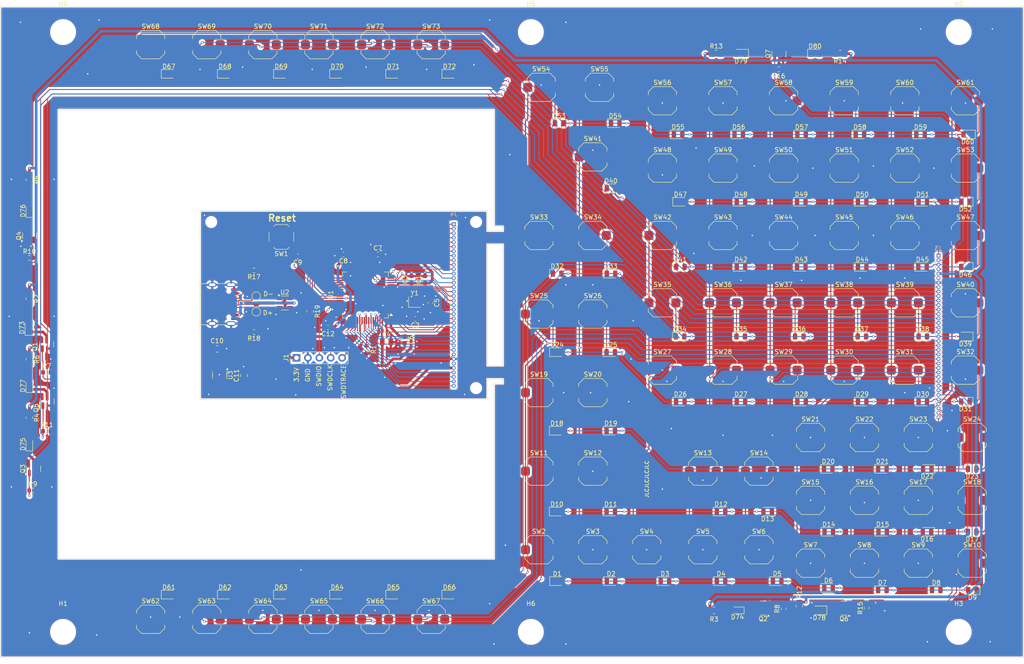
<source format=kicad_pcb>
(kicad_pcb
	(version 20240108)
	(generator "pcbnew")
	(generator_version "8.0")
	(general
		(thickness 1.6)
		(legacy_teardrops no)
	)
	(paper "A4")
	(layers
		(0 "F.Cu" signal)
		(31 "B.Cu" signal)
		(34 "B.Paste" user)
		(35 "F.Paste" user)
		(36 "B.SilkS" user "B.Silkscreen")
		(37 "F.SilkS" user "F.Silkscreen")
		(38 "B.Mask" user)
		(39 "F.Mask" user)
		(44 "Edge.Cuts" user)
		(45 "Margin" user)
		(46 "B.CrtYd" user "B.Courtyard")
		(47 "F.CrtYd" user "F.Courtyard")
		(48 "B.Fab" user)
		(49 "F.Fab" user)
	)
	(setup
		(stackup
			(layer "F.SilkS"
				(type "Top Silk Screen")
				(color "White")
			)
			(layer "F.Paste"
				(type "Top Solder Paste")
			)
			(layer "F.Mask"
				(type "Top Solder Mask")
				(color "Black")
				(thickness 0.01)
			)
			(layer "F.Cu"
				(type "copper")
				(thickness 0.035)
			)
			(layer "dielectric 1"
				(type "core")
				(thickness 1.51)
				(material "FR4")
				(epsilon_r 4.5)
				(loss_tangent 0.02)
			)
			(layer "B.Cu"
				(type "copper")
				(thickness 0.035)
			)
			(layer "B.Mask"
				(type "Bottom Solder Mask")
				(color "Black")
				(thickness 0.01)
			)
			(layer "B.Paste"
				(type "Bottom Solder Paste")
			)
			(layer "B.SilkS"
				(type "Bottom Silk Screen")
				(color "White")
			)
			(copper_finish "None")
			(dielectric_constraints yes)
		)
		(pad_to_mask_clearance 0)
		(allow_soldermask_bridges_in_footprints no)
		(aux_axis_origin 30 162)
		(grid_origin 30 162)
		(pcbplotparams
			(layerselection 0x00010fc_ffffffff)
			(plot_on_all_layers_selection 0x0000000_00000000)
			(disableapertmacros no)
			(usegerberextensions no)
			(usegerberattributes yes)
			(usegerberadvancedattributes yes)
			(creategerberjobfile yes)
			(dashed_line_dash_ratio 12.000000)
			(dashed_line_gap_ratio 3.000000)
			(svgprecision 4)
			(plotframeref no)
			(viasonmask no)
			(mode 1)
			(useauxorigin no)
			(hpglpennumber 1)
			(hpglpenspeed 20)
			(hpglpendiameter 15.000000)
			(pdf_front_fp_property_popups yes)
			(pdf_back_fp_property_popups yes)
			(dxfpolygonmode yes)
			(dxfimperialunits yes)
			(dxfusepcbnewfont yes)
			(psnegative no)
			(psa4output no)
			(plotreference yes)
			(plotvalue yes)
			(plotfptext yes)
			(plotinvisibletext no)
			(sketchpadsonfab no)
			(subtractmaskfromsilk no)
			(outputformat 1)
			(mirror no)
			(drillshape 0)
			(scaleselection 1)
			(outputdirectory "manufacturing/")
		)
	)
	(net 0 "")
	(net 1 "GND")
	(net 2 "+3V3")
	(net 3 "/HSE_IN")
	(net 4 "/HSE_OUT")
	(net 5 "/NRST")
	(net 6 "VBUS")
	(net 7 "Net-(D1-K)")
	(net 8 "Net-(D2-K)")
	(net 9 "Net-(D3-K)")
	(net 10 "Net-(D4-K)")
	(net 11 "Net-(D5-K)")
	(net 12 "Net-(D6-K)")
	(net 13 "Net-(D7-K)")
	(net 14 "Net-(D8-K)")
	(net 15 "Net-(D9-K)")
	(net 16 "Net-(D10-K)")
	(net 17 "Net-(D11-K)")
	(net 18 "Net-(D12-K)")
	(net 19 "Net-(D13-K)")
	(net 20 "Net-(D14-K)")
	(net 21 "Net-(D15-K)")
	(net 22 "Net-(D16-K)")
	(net 23 "Net-(D17-K)")
	(net 24 "Net-(D18-K)")
	(net 25 "Net-(D19-K)")
	(net 26 "Net-(D20-K)")
	(net 27 "Net-(D21-K)")
	(net 28 "Net-(D22-K)")
	(net 29 "Net-(D23-K)")
	(net 30 "Net-(D24-K)")
	(net 31 "Net-(D25-K)")
	(net 32 "Net-(D26-K)")
	(net 33 "Net-(D27-K)")
	(net 34 "Net-(D28-K)")
	(net 35 "Net-(D29-K)")
	(net 36 "Net-(D30-K)")
	(net 37 "Net-(D31-K)")
	(net 38 "Net-(D32-K)")
	(net 39 "Net-(D33-K)")
	(net 40 "Net-(D34-K)")
	(net 41 "Net-(D35-K)")
	(net 42 "Net-(D36-K)")
	(net 43 "Net-(D37-K)")
	(net 44 "Net-(D38-K)")
	(net 45 "Net-(D39-K)")
	(net 46 "Net-(D40-K)")
	(net 47 "Net-(D41-K)")
	(net 48 "Net-(D42-K)")
	(net 49 "Net-(D43-K)")
	(net 50 "Net-(D44-K)")
	(net 51 "Net-(D45-K)")
	(net 52 "Net-(D46-K)")
	(net 53 "Net-(D47-K)")
	(net 54 "Net-(D48-K)")
	(net 55 "Net-(D49-K)")
	(net 56 "Net-(D50-K)")
	(net 57 "Net-(D51-K)")
	(net 58 "Net-(D52-K)")
	(net 59 "Net-(D53-K)")
	(net 60 "Net-(D54-K)")
	(net 61 "Net-(D55-K)")
	(net 62 "Net-(D56-K)")
	(net 63 "Net-(D57-K)")
	(net 64 "Net-(D58-K)")
	(net 65 "Net-(D59-K)")
	(net 66 "Net-(D60-K)")
	(net 67 "Net-(D61-K)")
	(net 68 "Net-(D62-K)")
	(net 69 "Net-(D63-K)")
	(net 70 "Net-(D64-K)")
	(net 71 "Net-(D65-K)")
	(net 72 "Net-(D66-K)")
	(net 73 "Net-(D67-K)")
	(net 74 "Net-(D68-K)")
	(net 75 "Net-(D69-K)")
	(net 76 "Net-(D70-K)")
	(net 77 "Net-(D71-K)")
	(net 78 "Net-(D72-K)")
	(net 79 "Net-(D73-K)")
	(net 80 "Net-(D73-A)")
	(net 81 "Net-(D74-A)")
	(net 82 "Net-(D74-K)")
	(net 83 "Net-(D75-K)")
	(net 84 "Net-(D75-A)")
	(net 85 "Net-(D76-K)")
	(net 86 "Net-(D76-A)")
	(net 87 "Net-(D77-K)")
	(net 88 "Net-(D77-A)")
	(net 89 "Net-(D78-A)")
	(net 90 "Net-(D78-K)")
	(net 91 "Net-(D79-A)")
	(net 92 "Net-(D79-K)")
	(net 93 "Net-(D80-A)")
	(net 94 "/SWD_CLK")
	(net 95 "/SWD_TRACE")
	(net 96 "/SWD_IO")
	(net 97 "/USB & Power/USB_D+")
	(net 98 "unconnected-(J2-SBU1-PadA8)")
	(net 99 "Net-(J2-CC1)")
	(net 100 "/USB & Power/USB_D-")
	(net 101 "Net-(J2-CC2)")
	(net 102 "unconnected-(J2-SBU2-PadB8)")
	(net 103 "/BOOT0")
	(net 104 "/USB_PROT_D+")
	(net 105 "unconnected-(U1-PB2-Pad28)")
	(net 106 "unconnected-(U1-PB10-Pad29)")
	(net 107 "unconnected-(U1-PC5-Pad25)")
	(net 108 "unconnected-(U1-PB1-Pad27)")
	(net 109 "unconnected-(U1-PA3-Pad17)")
	(net 110 "/USB_PROT_D-")
	(net 111 "unconnected-(U1-PB11-Pad30)")
	(net 112 "unconnected-(U1-PA6-Pad22)")
	(net 113 "unconnected-(U1-PA7-Pad23)")
	(net 114 "unconnected-(U1-PC4-Pad24)")
	(net 115 "unconnected-(U1-PB0-Pad26)")
	(net 116 "unconnected-(U3-NC-Pad4)")
	(net 117 "/FM")
	(net 118 "/FAIL")
	(net 119 "/ROW9")
	(net 120 "/COL4")
	(net 121 "/ROW8")
	(net 122 "/COL1")
	(net 123 "/COL2")
	(net 124 "/COL3")
	(net 125 "/COL5")
	(net 126 "/COL6")
	(net 127 "/COL7")
	(net 128 "/COL8")
	(net 129 "/ROW2")
	(net 130 "/ROW6")
	(net 131 "/ROW5")
	(net 132 "/ROW1")
	(net 133 "/ROW4")
	(net 134 "/ROW3")
	(net 135 "/ROW7")
	(net 136 "unconnected-(J3-Pin_6-Pad6)")
	(net 137 "/MENU")
	(net 138 "/Left_Col1")
	(net 139 "/Left_Col2")
	(net 140 "/Left_Row3")
	(net 141 "/Left_Row2")
	(net 142 "/Left_Row1")
	(net 143 "/IND")
	(net 144 "/RDY")
	(net 145 "/FM1")
	(net 146 "/FM2")
	(net 147 "/Right_Row1")
	(net 148 "/Right_Col1")
	(net 149 "/Right_Col2")
	(net 150 "/Right_Row2")
	(net 151 "/Right_Row3")
	(net 152 "unconnected-(J4-Pin_32-Pad32)")
	(net 153 "/PB8_FM2")
	(net 154 "/PA15_COL7")
	(net 155 "/PC11_COL6")
	(net 156 "/PB6_Right_Col2")
	(net 157 "/PC12_MENU")
	(net 158 "/PB5_Right_Row3")
	(net 159 "/PB7_Right_Col1")
	(net 160 "/PB4_Right_Row2")
	(net 161 "/PB9_RDY")
	(net 162 "/PC10_COL8")
	(net 163 "/PD2_Right_Row1")
	(net 164 "/PC8_COL4")
	(net 165 "/PB14_ROW7")
	(net 166 "/PA10_FAIL")
	(net 167 "/PC7_COL3")
	(net 168 "/PB15_COL1")
	(net 169 "/PB13_ROW6")
	(net 170 "/PC9_ROW8")
	(net 171 "/PA9_FM")
	(net 172 "/PA8_ROW9")
	(net 173 "/PC6_COL2")
	(net 174 "/PB12_ROW5")
	(net 175 "/PC0_Left_Row3")
	(net 176 "/PC3_ROW1")
	(net 177 "/PA2_ROW4")
	(net 178 "/PC1_Left_Row2")
	(net 179 "/PA5_Left_Col2")
	(net 180 "/PC2_Left_Row1")
	(net 181 "/PA4_COL5")
	(net 182 "/PA0_ROW2")
	(net 183 "/PC14_FM1")
	(net 184 "/PC15_Left_Col1")
	(net 185 "/PC13_IND")
	(net 186 "/PA1_ROW3")
	(footprint "Diode_SMD:D_0805_2012Metric" (layer "F.Cu") (at 236.4375 134 180))
	(footprint "NiasStuff:SW_Push_1TS009xxxx-xxxx-xxxx_6x6x5mm" (layer "F.Cu") (at 191 38))
	(footprint "Diode_SMD:D_0805_2012Metric" (layer "F.Cu") (at 154 129.5))
	(footprint "NiasStuff:SW_Push_1TS009xxxx-xxxx-xxxx_6x6x5mm" (layer "F.Cu") (at 246.5 127))
	(footprint "Diode_SMD:D_0805_2012Metric" (layer "F.Cu") (at 245 90.5 180))
	(footprint "NiasStuff:SW_Push_1TS009xxxx-xxxx-xxxx_6x6x5mm" (layer "F.Cu") (at 245 68))
	(footprint "Package_TO_SOT_SMD:SOT-23-5" (layer "F.Cu") (at 78.85 99.1125 -90))
	(footprint "NiasStuff:SW_Push_1TS009xxxx-xxxx-xxxx_6x6x5mm" (layer "F.Cu") (at 101 25.5))
	(footprint "Diode_SMD:D_0805_2012Metric" (layer "F.Cu") (at 195 60.5))
	(footprint "Diode_SMD:D_0805_2012Metric" (layer "F.Cu") (at 117.5625 32))
	(footprint "NiasStuff:SW_Push_1TS009xxxx-xxxx-xxxx_6x6x5mm" (layer "F.Cu") (at 113.5 153.5))
	(footprint "Diode_SMD:D_0805_2012Metric" (layer "F.Cu") (at 235.5 60.5))
	(footprint "Diode_SMD:D_0805_2012Metric" (layer "F.Cu") (at 226.5625 134))
	(footprint "Diode_SMD:D_0805_2012Metric" (layer "F.Cu") (at 166 94))
	(footprint "NiasStuff:USB_C_Receptacle_G-Switch_GT-USB-7010ASV" (layer "F.Cu") (at 78.3 83.3 -90))
	(footprint "Diode_SMD:D_0805_2012Metric" (layer "F.Cu") (at 80.0625 148))
	(footprint "NiasStuff:SW_Push_1TS009xxxx-xxxx-xxxx_6x6x5mm" (layer "F.Cu") (at 234.5 127))
	(footprint "Diode_SMD:D_0805_2012Metric" (layer "F.Cu") (at 208 90.5))
	(footprint "NiasStuff:SW_Push_1TS009xxxx-xxxx-xxxx_6x6x5mm" (layer "F.Cu") (at 150 120.5))
	(footprint "Capacitor_SMD:C_0805_2012Metric" (layer "F.Cu") (at 116.05 91.75))
	(footprint "Diode_SMD:D_0805_2012Metric" (layer "F.Cu") (at 190.5625 129.5))
	(footprint "Diode_SMD:D_0805_2012Metric" (layer "F.Cu") (at 105.0625 32))
	(footprint "Capacitor_SMD:C_0603_1608Metric" (layer "F.Cu") (at 125.825 83 -90))
	(footprint "Diode_SMD:D_0805_2012Metric" (layer "F.Cu") (at 117.5625 148))
	(footprint "Diode_SMD:D_0805_2012Metric" (layer "F.Cu") (at 195 75))
	(footprint "Capacitor_SMD:C_0603_1608Metric" (layer "F.Cu") (at 96.3 72.625))
	(footprint "NiasStuff:SW_Push_1TS009xxxx-xxxx-xxxx_6x6x5mm" (layer "F.Cu") (at 245 53))
	(footprint "NiasStuff:SW_Push_1TS009xxxx-xxxx-xxxx_6x6x5mm"
		(locked yes)
		(layer "F.Cu")
		(uuid "24c4dd9a-311a-4a79-a9c9-b0e85878fda6")
		(at 231.5 68)
		(descr "tactile push button, 6x6mm, height=5mm, 12V 50mA, https://datasheet.lcsc.com/lcsc/1811151231_HYP--Hongyuan-Precision-1TS009A-1800-5000-CT_C319409.pdf")
		(tags "tact sw push 6mm silicone rubber")
		(property "Reference" "SW46"
			(at 0 -4.064 0)
			(layer "F.SilkS")
			(uuid "5c489523-81c2-451f-bfba-3d60d9f80ad5")
			(effects
				(font
					(size 1 1)
					(thickness 0.15)
				)
			)
		)
		(property "Value" "SW_Push"
			(at 0 3.81 0)
			(layer "F.Fab")
			(uuid "493d33b6-fe38-4dde-be10-71c97126bd64")
			(effects
				(font
					(size 1 1)
					(thickness 0.15)
				)
			)
		)
		(property "Footprint" "NiasStuff:SW_Push_1TS009xxxx-xxxx-xxxx_6x6x5mm"
			(at 0 0 0)
			(unlocked yes)
			(layer "F.Fab")
			(hide yes)
			(uuid "037725a4-8f05-468e-8c53-3e9ef73347db")
			(effects
				(font
					(size 1.27 1.27)
				)
			)
		)
		(property "Datasheet" "https://www.lcsc.com/datasheet/lcsc_datasheet_1811151231_HYP--Hongyuan-Precision-1TS009A-1800-5000-CT_C319409.pdf"
			(at 0 0 0)
			(unlocked yes)
			(layer "F.Fab")
			(hide yes)
			(uuid "186e97c8-73f5-4644-8adb-dd096f0d0318")
			(effects
				(font
					(size 1.27 1.27)
				)
			)
		)
		(property "Description" ""
			(at 0 0 0)
			(unlocked yes)
			(layer "F.Fab")
			(hide yes)
			(uuid "b31be589-a2d7-46f9-b33b-58a8c681a152")
			(effects
				(font
					(size 1.27 1.27)
				)
			)
		)
		(property "JLCPCB Part" "C319409"
			(at 0 0 0)
			(unlocked yes)
			(layer "F.Fab")
			(hide yes)
			(uuid "f81e631e-430c-496e-8ad3-d730785b4768")
			(effects
				(font
					(size 1 1)
					(thickness 0.15)
				)
			)
		)
		(property "Manufracturer" "HYP (Hongyuan Precision)"
			(at 0 0 0)
			(unlocked yes)
			(layer "F.Fab")
			(hide yes)
			(uuid "a2b4f9fd-a192-4a50-90ff-1682b81b3296")
			(effects
				(font
					(size 1 1)
					(thickness 0.15)
				)
			)
		)
		(property "Manufracturer Part Number" "1TS009A-1800-5000-CT"
			(at 0 0 0)
			(unlocked yes)
			(layer "F.Fab")
			(hide yes)
			(uuid "118ebb78-4a0b-45f7-8f90-f1f252b1abe3")
			(effects
				(font
					(size 1 1)
					(thickness 0.15)
				)
			)
		)
		(path "/3aefed4a-95d2-4785-b6ed-88d00afef564/c9000be4-2a86-4c02-9ba2-0ac8c521ee47")
		(sheetname "Buttons")
		(sheetfile "buttons.kicad_sch")
		(attr smd)
		(fp_line
			(start -3.15 -1.981)
			(end -2 -3.15)
			(stroke
				(width 0.12)
				(type default)
			)
			(layer "F.SilkS")
			(uuid "91d8d64b-3628-4c9c-95ac-2d56518533b8")
		)
		(fp_line
			(start -3.15 -1.3)
			(end -3.15 -1.981)
			(stroke
				(width 0.12)
				(type default)
			)
			(layer "F.SilkS")
			(uuid "e1ebf010-0dfc-4a23-b097-57a20fe3f631")
		)
		(fp_line
			(start -3.15 1.3)
			(end -3.15 2)
			(stroke
				(width 0.12)
				(type default)
			)
			(layer "F.SilkS")
			(uuid "91b0ee35-9ba3-476e-9134-eb7d537d7a88")
		)
		(fp_line
			(start -3.15 2)
			(end -2 3.15)
			(stroke
				(width 0.12)
				(type default)
			)
			(layer "F.SilkS")
			(uuid "d3e98a9a-07b0-4f15-a405-c8967fef61e7")
		)
		(fp_line
			(start -2 -3.15)
			(end 2 -3.15)
			(stroke
				(width 0.12)
				(type default)
			)
			(layer "F.SilkS")
			(uuid "93d9d3b6-bc2c-4da9-ac36-d5f8d3e84e34")
		)
		(fp_line
			(start -2 3.15)
			(end 2 3.15)
			(stroke
				(width 0.12)
				(type default)
			)
			(layer "F.SilkS")
			(uuid "5b7c9db6-fd30-4ac5-a7be-4a602aa87485")
		)
		(fp_line
			(start 2 -3.15)
			(end 3.15 -2)
			(stroke
				(width 0.12)
				(type default)
			)
			(layer "F.SilkS")
			(uuid "f6c9e141-6e76-4ce4-bef7-5705dd87c18f")
		)
		(fp_line
			(start 2 3.15)
			(end 3.15 2)
			(stroke
				(width 0.12)
				(type default)
			)
			(layer "F.SilkS")
			(uuid "6ecaa448-c4ba-4b07-881d-97c2641954e0")
		)
		(fp_line
			(start 3.15 -2)
			(end 3.15 -1.3)
			(stroke
				(width 0.12)
				(type default)
			)
			(layer "F.SilkS")
			(uuid "67c7ce2a-2057-4af6-bc21-b95f772a9a48")
		)
		(fp_line
			(start 3.15 2)
			(end 3.15 1.3)
			(stroke
				(width 0.12)
				(type default)
			)
			(layer "F.SilkS")
			(uuid "d544fb6c-8c7a-4332-934b-16009fe032f9")
		)
		(fp_line
			(start -4.25 -1.25)
			(end -4.25 1.25)
			(stroke
				(width 0.05)
				(type default)
			)
			(layer "F.CrtYd")
			(uuid "bb9f24b6-37cc-4375-ad3c-9dc4ba261901")
		)
		(fp_line
			(start -4.25 1.25)
			(end -3.25 1.25)
			(stroke
				(width 0.05)
				(type default)
			)
			(layer "F.CrtYd")
			(uuid "971552d2-5aa7-464c-86bb-40304c780a43")
		)
		(fp_line
			(start -3.25 -2.05)
			(end -3.25 -1.25)
			(stroke
				(width 0.05)
				(type default)
			)
			(layer "F.CrtYd")
			(uuid "8afb5e3a-c476-4392-8934-f19029b951b3")
		)
		(fp_line
			(start -3.25 -1.25)
			(end -4.25 -1.25)
			(stroke
				(width 0.05)
				(type default)
			)
			(layer "F.CrtYd")
			(uuid "ed58b9c4-9d2c-437b-b7dd-0e6b2b1f70a9")
		)
		(fp_line
			(start -3.25 1.25)
			(end -3.25 2.05)
			(stroke
				(width 0.05)
				(type default)
			)
			(layer "F.CrtYd")
			(uuid "30f324b3-613f-47ec-9623-9d6816295028")
		)
		(fp_line
			(start -3.25 2.05)
			(end -2.05 3.25)
			(stroke
				(width 0.05)
				(type default)
			)
			(layer "F.CrtYd")
			(uuid "1e85972b-8f12-48ff-8e91-52def3e6767e")
		)
		(fp_line
			(start -2.05 -3.25)
			(end -3.25 -2.05)
			(stroke
				(width 0.05)
				(type default)
			)
			(layer "F.CrtYd")
			(uuid "515f3f83-7932-43e1-8a00-bb1753ffe670")
		)
		(fp_line
			(start -2.05 3.25)
			(end 2.05 3.25)
			(stroke
				(width 0.05)
				(type default)
			)
			(layer "F.CrtYd")
			(uuid "e80deebf-623f-490f-8333-40bd224ebc4f")
		)
		(fp_line
			(start 2.05 -3.25)
			(end -2.05 -3.25)
			(stroke
				(width 0.05)
				(type default)
			)
			(layer "F.CrtYd")
			(uuid "62b0a1f4-1cd1-40f5-9a9f-0920688b15d8")
		)
		(fp_line
			(start 2.05 3.25)
			(end 3.25 2.05)
			(stroke
				(width 0.05)
				(type default)
			)
			(layer "F.CrtYd")
			(uuid "a09d60ae-7457-4875-bb1d-863535e902e8")
		)
		(fp_line
			(start 3.25 -2.05)
			(end 2.05 -3.25)
			(stroke
				(width 0.05)
				(type default)
			)
			(layer "F.CrtYd")
			(uuid "77253b47-8ddf-42c0-ab5f-675417f72b78")
		)
		(fp_line
			(start 3.25 -1.25)
			(end 3.25 -2.05)
			(stroke
				(width 0.05)
				(type default)
			)
			(layer "F.CrtYd")
			(uuid "3c3a2f89-1af5-4d51-a31e-68145588b5e3")
		)
		(fp_line
			(start 3.25 1.25)
			(end 4.25 1.25)
			(stroke
				(width 0.05)
				(type default)
			)
			(layer "F.CrtYd")
	
... [2438273 chars truncated]
</source>
